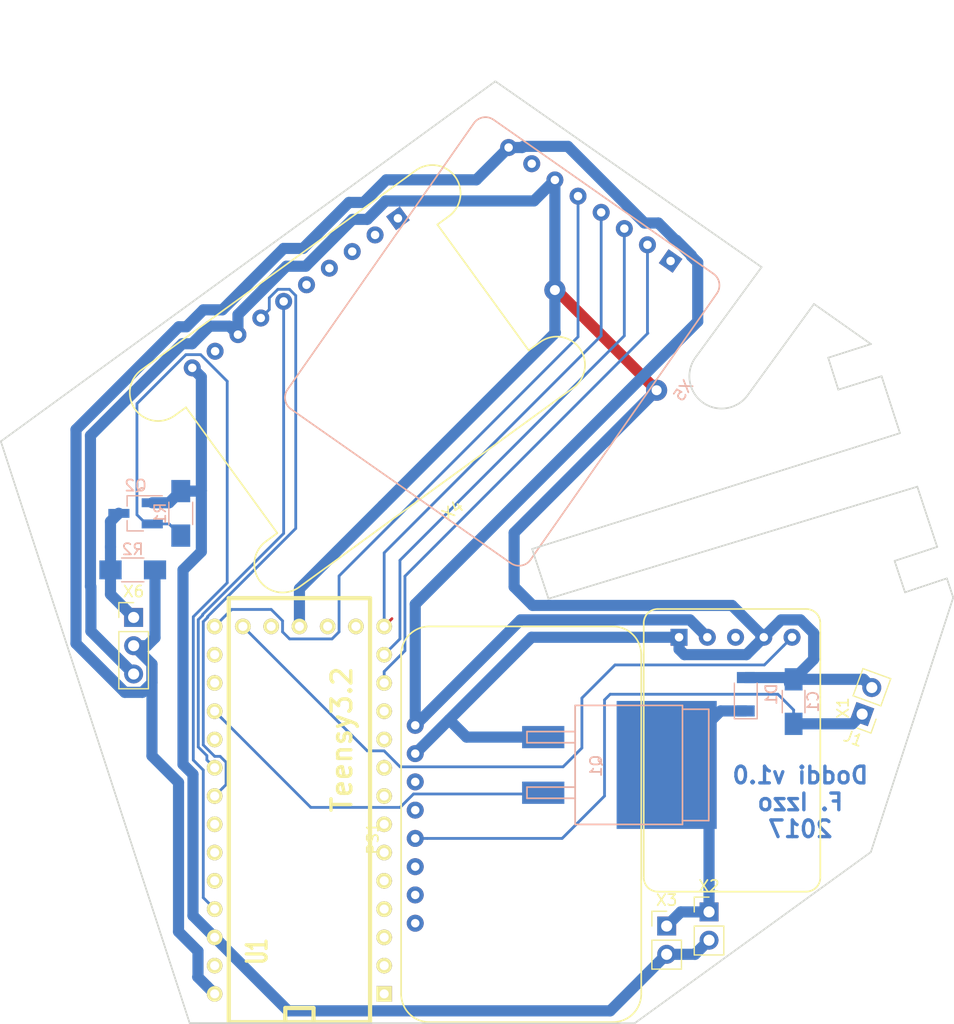
<source format=kicad_pcb>
(kicad_pcb (version 4) (host pcbnew 4.0.5)

  (general
    (links 37)
    (no_connects 0)
    (area 106.174999 43.394999 191.955001 128.195001)
    (thickness 1.6)
    (drawings 25)
    (tracks 219)
    (zones 0)
    (modules 15)
    (nets 51)
  )

  (page A4)
  (layers
    (0 F.Cu signal)
    (31 B.Cu signal)
    (32 B.Adhes user)
    (33 F.Adhes user)
    (34 B.Paste user)
    (35 F.Paste user)
    (36 B.SilkS user)
    (37 F.SilkS user)
    (38 B.Mask user)
    (39 F.Mask user)
    (40 Dwgs.User user)
    (41 Cmts.User user)
    (42 Eco1.User user)
    (43 Eco2.User user)
    (44 Edge.Cuts user)
    (45 Margin user)
    (46 B.CrtYd user)
    (47 F.CrtYd user)
    (48 B.Fab user)
    (49 F.Fab user)
  )

  (setup
    (last_trace_width 0.25)
    (trace_clearance 0.2)
    (zone_clearance 0.508)
    (zone_45_only no)
    (trace_min 0.2)
    (segment_width 0.2)
    (edge_width 0.15)
    (via_size 1.5)
    (via_drill 0.9)
    (via_min_size 0.4)
    (via_min_drill 0.3)
    (uvia_size 0.3)
    (uvia_drill 0.1)
    (uvias_allowed no)
    (uvia_min_size 0.2)
    (uvia_min_drill 0.1)
    (pcb_text_width 0.3)
    (pcb_text_size 1.5 1.5)
    (mod_edge_width 0.15)
    (mod_text_size 1 1)
    (mod_text_width 0.15)
    (pad_size 1.524 1.524)
    (pad_drill 0.762)
    (pad_to_mask_clearance 0.2)
    (aux_axis_origin 0 0)
    (visible_elements FFFFFF7F)
    (pcbplotparams
      (layerselection 0x01000_80000000)
      (usegerberextensions false)
      (excludeedgelayer true)
      (linewidth 0.100000)
      (plotframeref false)
      (viasonmask false)
      (mode 1)
      (useauxorigin false)
      (hpglpennumber 1)
      (hpglpenspeed 20)
      (hpglpendiameter 15)
      (hpglpenoverlay 2)
      (psnegative false)
      (psa4output false)
      (plotreference true)
      (plotvalue true)
      (plotinvisibletext false)
      (padsonsilk false)
      (subtractmaskfromsilk false)
      (outputformat 1)
      (mirror false)
      (drillshape 0)
      (scaleselection 1)
      (outputdirectory ""))
  )

  (net 0 "")
  (net 1 GND)
  (net 2 "Net-(D1-Pad1)")
  (net 3 +5V)
  (net 4 "Net-(Q2-Pad2)")
  (net 5 +3V3)
  (net 6 "Net-(U1-Pad2)")
  (net 7 "Net-(U1-Pad3)")
  (net 8 "Net-(U1-Pad4)")
  (net 9 "Net-(U1-Pad5)")
  (net 10 "Net-(U1-Pad6)")
  (net 11 "Net-(U1-Pad7)")
  (net 12 "Net-(U1-Pad8)")
  (net 13 "Net-(U1-Pad9)")
  (net 14 "Net-(U1-Pad10)")
  (net 15 "Net-(U1-Pad11)")
  (net 16 "Net-(U1-Pad12)")
  (net 17 "Net-(U1-Pad13)")
  (net 18 "Net-(U1-Pad14)")
  (net 19 "Net-(U1-Pad15)")
  (net 20 "Net-(U1-Pad16)")
  (net 21 "Net-(U1-Pad18)")
  (net 22 "Net-(U1-Pad19)")
  (net 23 "Net-(U1-Pad20)")
  (net 24 "Net-(U1-Pad21)")
  (net 25 "Net-(U1-Pad22)")
  (net 26 "Net-(U1-Pad24)")
  (net 27 "Net-(U1-Pad25)")
  (net 28 "Net-(U1-Pad26)")
  (net 29 "Net-(U1-Pad27)")
  (net 30 "Net-(U1-Pad28)")
  (net 31 "Net-(U1-Pad29)")
  (net 32 "Net-(X5-Pad1)")
  (net 33 "Net-(X5-Pad7)")
  (net 34 "Net-(C1-Pad1)")
  (net 35 "Net-(PS1-Pad1)")
  (net 36 "Net-(PS1-Pad2)")
  (net 37 "Net-(PS1-Pad3)")
  (net 38 "Net-(PS1-Pad5)")
  (net 39 LB)
  (net 40 "Net-(X1-Pad3)")
  (net 41 "Net-(X4-Pad2)")
  (net 42 "Net-(X4-Pad6)")
  (net 43 "Net-(X4-Pad7)")
  (net 44 "Net-(X4-Pad8)")
  (net 45 "Net-(X4-Pad9)")
  (net 46 "Net-(X4-Pad10)")
  (net 47 "Net-(U1-Pad32)")
  (net 48 "Net-(Q1-Pad1)")
  (net 49 "Net-(Q2-Pad3)")
  (net 50 "Net-(U1-Pad1)")

  (net_class Default "This is the default net class."
    (clearance 0.2)
    (trace_width 0.25)
    (via_dia 1.5)
    (via_drill 0.9)
    (uvia_dia 0.3)
    (uvia_drill 0.1)
    (add_net LB)
    (add_net "Net-(C1-Pad1)")
    (add_net "Net-(PS1-Pad1)")
    (add_net "Net-(PS1-Pad2)")
    (add_net "Net-(PS1-Pad3)")
    (add_net "Net-(PS1-Pad5)")
    (add_net "Net-(Q1-Pad1)")
    (add_net "Net-(Q2-Pad2)")
    (add_net "Net-(U1-Pad1)")
    (add_net "Net-(U1-Pad10)")
    (add_net "Net-(U1-Pad11)")
    (add_net "Net-(U1-Pad12)")
    (add_net "Net-(U1-Pad13)")
    (add_net "Net-(U1-Pad14)")
    (add_net "Net-(U1-Pad15)")
    (add_net "Net-(U1-Pad16)")
    (add_net "Net-(U1-Pad18)")
    (add_net "Net-(U1-Pad19)")
    (add_net "Net-(U1-Pad2)")
    (add_net "Net-(U1-Pad20)")
    (add_net "Net-(U1-Pad21)")
    (add_net "Net-(U1-Pad22)")
    (add_net "Net-(U1-Pad24)")
    (add_net "Net-(U1-Pad25)")
    (add_net "Net-(U1-Pad26)")
    (add_net "Net-(U1-Pad27)")
    (add_net "Net-(U1-Pad28)")
    (add_net "Net-(U1-Pad29)")
    (add_net "Net-(U1-Pad3)")
    (add_net "Net-(U1-Pad32)")
    (add_net "Net-(U1-Pad4)")
    (add_net "Net-(U1-Pad5)")
    (add_net "Net-(U1-Pad6)")
    (add_net "Net-(U1-Pad7)")
    (add_net "Net-(U1-Pad8)")
    (add_net "Net-(U1-Pad9)")
    (add_net "Net-(X1-Pad3)")
    (add_net "Net-(X4-Pad10)")
    (add_net "Net-(X4-Pad2)")
    (add_net "Net-(X4-Pad6)")
    (add_net "Net-(X4-Pad7)")
    (add_net "Net-(X4-Pad8)")
    (add_net "Net-(X4-Pad9)")
    (add_net "Net-(X5-Pad1)")
    (add_net "Net-(X5-Pad7)")
  )

  (net_class Power ""
    (clearance 0.3)
    (trace_width 1)
    (via_dia 1.9)
    (via_drill 0.9)
    (uvia_dia 0.3)
    (uvia_drill 0.1)
    (add_net +3V3)
    (add_net +5V)
    (add_net GND)
    (add_net "Net-(D1-Pad1)")
    (add_net "Net-(Q2-Pad3)")
  )

  (module adafruit:adafruit_PAM8302A (layer F.Cu) (tedit 58D961D1) (tstamp 58D146B5)
    (at 174.85 99.78 270)
    (path /58CE8183)
    (fp_text reference X1 (at 0 -7.12 270) (layer F.SilkS)
      (effects (font (size 1 1) (thickness 0.15)))
    )
    (fp_text value AdafruitPAM8302A (at 0 -8.12 270) (layer F.Fab)
      (effects (font (size 1 1) (thickness 0.15)))
    )
    (fp_arc (start -7.62 -3.81) (end -8.89 -3.81) (angle 90) (layer F.SilkS) (width 0.15))
    (fp_arc (start -7.62 9.525) (end -7.62 10.795) (angle 90) (layer F.SilkS) (width 0.15))
    (fp_arc (start 15.24 9.525) (end 16.51 9.525) (angle 90) (layer F.SilkS) (width 0.15))
    (fp_arc (start 15.24 -3.81) (end 15.24 -5.08) (angle 90) (layer F.SilkS) (width 0.15))
    (fp_line (start 15.24 10.795) (end -7.62 10.795) (layer F.SilkS) (width 0.15))
    (fp_line (start 16.51 -3.81) (end 16.51 9.525) (layer F.SilkS) (width 0.15))
    (fp_line (start -7.62 -5.08) (end 15.24 -5.08) (layer F.SilkS) (width 0.15))
    (fp_line (start -8.89 -3.81) (end -8.89 9.525) (layer F.SilkS) (width 0.15))
    (pad 1 thru_hole circle (at -6.35 -2.54 270) (size 1.524 1.524) (drill 0.762) (layers *.Cu *.Mask)
      (net 22 "Net-(U1-Pad19)"))
    (pad 2 thru_hole circle (at -6.35 0 270) (size 1.524 1.524) (drill 0.762) (layers *.Cu *.Mask)
      (net 1 GND))
    (pad 3 thru_hole circle (at -6.35 2.54 270) (size 1.524 1.524) (drill 0.762) (layers *.Cu *.Mask)
      (net 40 "Net-(X1-Pad3)"))
    (pad 4 thru_hole circle (at -6.35 5.08 270) (size 1.524 1.524) (drill 0.762) (layers *.Cu *.Mask)
      (net 3 +5V))
    (pad 5 thru_hole rect (at -6.35 7.62 270) (size 1.524 1.524) (drill 0.762) (layers *.Cu *.Mask)
      (net 1 GND))
  )

  (module adafruit:adafruit_5v_microsd_breakout (layer B.Cu) (tedit 58D9619B) (tstamp 58D1049C)
    (at 154.088644 61.803167 55)
    (path /58CE6620)
    (fp_text reference X5 (at 0 16.51 55) (layer B.SilkS)
      (effects (font (size 1 1) (thickness 0.15)) (justify mirror))
    )
    (fp_text value Adafruit5VmicroSD (at 0 19.05 55) (layer B.Fab)
      (effects (font (size 1 1) (thickness 0.15)) (justify mirror))
    )
    (fp_arc (start 8.89 -11.43) (end 10.16 -11.43) (angle -90) (layer B.SilkS) (width 0.15))
    (fp_arc (start -20.32 -11.43) (end -20.32 -12.7) (angle -90) (layer B.SilkS) (width 0.15))
    (fp_arc (start -20.32 12.7) (end -21.59 12.7) (angle -90) (layer B.SilkS) (width 0.15))
    (fp_arc (start 8.89 12.7) (end 8.89 13.97) (angle -90) (layer B.SilkS) (width 0.15))
    (fp_line (start 10.16 12.7) (end 10.16 11.43) (layer B.SilkS) (width 0.15))
    (fp_line (start -20.32 13.97) (end 8.89 13.97) (layer B.SilkS) (width 0.15))
    (fp_line (start -21.59 -11.43) (end -21.59 12.7) (layer B.SilkS) (width 0.15))
    (fp_line (start 8.89 -12.7) (end -20.32 -12.7) (layer B.SilkS) (width 0.15))
    (fp_line (start 10.16 11.43) (end 10.16 -11.43) (layer B.SilkS) (width 0.15))
    (pad 1 thru_hole rect (at 8.89 8.89 55) (size 1.524 1.524) (drill 0.762) (layers *.Cu *.Mask)
      (net 32 "Net-(X5-Pad1)"))
    (pad 2 thru_hole circle (at 8.89 6.35 55) (size 1.524 1.524) (drill 0.762) (layers *.Cu *.Mask)
      (net 16 "Net-(U1-Pad12)"))
    (pad 3 thru_hole circle (at 8.89 3.81 55) (size 1.524 1.524) (drill 0.762) (layers *.Cu *.Mask)
      (net 17 "Net-(U1-Pad13)"))
    (pad 4 thru_hole circle (at 8.89 1.27 55) (size 1.524 1.524) (drill 0.762) (layers *.Cu *.Mask)
      (net 18 "Net-(U1-Pad14)"))
    (pad 5 thru_hole circle (at 8.89 -1.27 55) (size 1.524 1.524) (drill 0.762) (layers *.Cu *.Mask)
      (net 23 "Net-(U1-Pad20)"))
    (pad 6 thru_hole circle (at 8.89 -3.81 55) (size 1.524 1.524) (drill 0.762) (layers *.Cu *.Mask)
      (net 1 GND))
    (pad 7 thru_hole circle (at 8.89 -6.35 55) (size 1.524 1.524) (drill 0.762) (layers *.Cu *.Mask)
      (net 33 "Net-(X5-Pad7)"))
    (pad 8 thru_hole circle (at 8.89 -8.89 55) (size 1.524 1.524) (drill 0.762) (layers *.Cu *.Mask)
      (net 3 +5V))
  )

  (module adafruit:adafruit_lsm303dlhc_accel (layer F.Cu) (tedit 58D9615A) (tstamp 58D146D1)
    (at 138.67935 70.723125 216)
    (path /58CE7602)
    (fp_text reference X4 (at 0 -13.97 216) (layer F.SilkS)
      (effects (font (size 1 1) (thickness 0.15)))
    )
    (fp_text value AdafruitLSM303DLHC (at 0 -15.24 216) (layer F.Fab)
      (effects (font (size 1 1) (thickness 0.15)))
    )
    (fp_line (start -13.97 -6.35) (end -13.97 7.62) (layer F.SilkS) (width 0.15))
    (fp_line (start -15.24 -6.35) (end -13.97 -6.35) (layer F.SilkS) (width 0.15))
    (fp_arc (start -15.24 -8.89) (end -15.24 -6.35) (angle 180) (layer F.SilkS) (width 0.15))
    (fp_line (start 15.24 -11.43) (end -15.24 -11.43) (layer F.SilkS) (width 0.15))
    (fp_line (start 13.97 -6.35) (end 15.24 -6.35) (layer F.SilkS) (width 0.15))
    (fp_arc (start 15.24 -8.89) (end 15.24 -11.43) (angle 180) (layer F.SilkS) (width 0.15))
    (fp_line (start 13.97 7.62) (end 13.97 -6.35) (layer F.SilkS) (width 0.15))
    (fp_line (start -15.24 7.62) (end -13.97 7.62) (layer F.SilkS) (width 0.15))
    (fp_line (start -15.24 12.7) (end -12.7 12.7) (layer F.SilkS) (width 0.15))
    (fp_arc (start -15.24 10.16) (end -15.24 12.7) (angle 180) (layer F.SilkS) (width 0.15))
    (fp_line (start 15.24 7.62) (end 13.97 7.62) (layer F.SilkS) (width 0.15))
    (fp_line (start 15.24 12.7) (end 12.7 12.7) (layer F.SilkS) (width 0.15))
    (fp_arc (start 15.24 10.16) (end 15.24 7.62) (angle 180) (layer F.SilkS) (width 0.15))
    (fp_line (start -12.7 12.7) (end 12.7 12.7) (layer F.SilkS) (width 0.15))
    (pad 1 thru_hole circle (at 11.43 10.16 216) (size 1.524 1.524) (drill 0.762) (layers *.Cu *.Mask)
      (net 5 +3V3))
    (pad 2 thru_hole circle (at 8.89 10.16 216) (size 1.524 1.524) (drill 0.762) (layers *.Cu *.Mask)
      (net 41 "Net-(X4-Pad2)"))
    (pad 3 thru_hole circle (at 6.35 10.16 216) (size 1.524 1.524) (drill 0.762) (layers *.Cu *.Mask)
      (net 1 GND))
    (pad 4 thru_hole circle (at 3.81 10.16 216) (size 1.524 1.524) (drill 0.762) (layers *.Cu *.Mask)
      (net 28 "Net-(U1-Pad26)"))
    (pad 5 thru_hole circle (at 1.27 10.16 216) (size 1.524 1.524) (drill 0.762) (layers *.Cu *.Mask)
      (net 27 "Net-(U1-Pad25)"))
    (pad 6 thru_hole circle (at -1.27 10.16 216) (size 1.524 1.524) (drill 0.762) (layers *.Cu *.Mask)
      (net 42 "Net-(X4-Pad6)"))
    (pad 7 thru_hole circle (at -3.81 10.16 216) (size 1.524 1.524) (drill 0.762) (layers *.Cu *.Mask)
      (net 43 "Net-(X4-Pad7)"))
    (pad 8 thru_hole circle (at -6.35 10.16 216) (size 1.524 1.524) (drill 0.762) (layers *.Cu *.Mask)
      (net 44 "Net-(X4-Pad8)"))
    (pad 9 thru_hole circle (at -8.89 10.16 216) (size 1.524 1.524) (drill 0.762) (layers *.Cu *.Mask)
      (net 45 "Net-(X4-Pad9)"))
    (pad 10 thru_hole rect (at -11.43 10.16 216) (size 1.524 1.524) (drill 0.762) (layers *.Cu *.Mask)
      (net 46 "Net-(X4-Pad10)"))
  )

  (module adafruit:adafruit_powerboost_500 (layer F.Cu) (tedit 58D13338) (tstamp 58D1469A)
    (at 152.4 111.506 90)
    (path /58D144FE)
    (fp_text reference PS1 (at 0 -12.7 90) (layer F.SilkS)
      (effects (font (size 1 1) (thickness 0.15)))
    )
    (fp_text value AdafruitPowerboost500 (at 0 -15.24 90) (layer F.Fab)
      (effects (font (size 1 1) (thickness 0.15)))
    )
    (fp_arc (start -13.97 8.89) (end -13.97 11.43) (angle 90) (layer F.SilkS) (width 0.15))
    (fp_arc (start 16.51 8.89) (end 19.05 8.89) (angle 90) (layer F.SilkS) (width 0.15))
    (fp_arc (start 16.51 -7.62) (end 16.51 -10.16) (angle 90) (layer F.SilkS) (width 0.15))
    (fp_arc (start -13.97 -7.62) (end -16.51 -7.62) (angle 90) (layer F.SilkS) (width 0.15))
    (fp_line (start -16.51 8.89) (end -16.51 -7.62) (layer F.SilkS) (width 0.15))
    (fp_line (start 16.51 11.43) (end -13.97 11.43) (layer F.SilkS) (width 0.15))
    (fp_line (start 19.05 -7.62) (end 19.05 8.89) (layer F.SilkS) (width 0.15))
    (fp_line (start -13.97 -10.16) (end 16.51 -10.16) (layer F.SilkS) (width 0.15))
    (pad 1 thru_hole circle (at -7.62 -8.89 90) (size 1.524 1.524) (drill 0.762) (layers *.Cu *.Mask)
      (net 35 "Net-(PS1-Pad1)"))
    (pad 2 thru_hole circle (at -5.08 -8.89 90) (size 1.524 1.524) (drill 0.762) (layers *.Cu *.Mask)
      (net 36 "Net-(PS1-Pad2)"))
    (pad 3 thru_hole circle (at -2.54 -8.89 90) (size 1.524 1.524) (drill 0.762) (layers *.Cu *.Mask)
      (net 37 "Net-(PS1-Pad3)"))
    (pad 4 thru_hole circle (at 0 -8.89 90) (size 1.524 1.524) (drill 0.762) (layers *.Cu *.Mask)
      (net 34 "Net-(C1-Pad1)"))
    (pad 5 thru_hole circle (at 2.54 -8.89 90) (size 1.524 1.524) (drill 0.762) (layers *.Cu *.Mask)
      (net 38 "Net-(PS1-Pad5)"))
    (pad 6 thru_hole circle (at 5.08 -8.89 90) (size 1.524 1.524) (drill 0.762) (layers *.Cu *.Mask)
      (net 39 LB))
    (pad 7 thru_hole circle (at 7.62 -8.89 90) (size 1.524 1.524) (drill 0.762) (layers *.Cu *.Mask)
      (net 1 GND))
    (pad 8 thru_hole circle (at 10.16 -8.89 90) (size 1.524 1.524) (drill 0.762) (layers *.Cu *.Mask)
      (net 3 +5V))
  )

  (module Pin_Headers:Pin_Header_Straight_1x02_Pitch2.54mm (layer F.Cu) (tedit 58CD4EC1) (tstamp 58D0F626)
    (at 183.691269 100.336819 160)
    (descr "Through hole straight pin header, 1x02, 2.54mm pitch, single row")
    (tags "Through hole pin header THT 1x02 2.54mm single row")
    (path /58D147B0)
    (fp_text reference J1 (at 0 -2.33 160) (layer F.SilkS)
      (effects (font (size 1 1) (thickness 0.15)))
    )
    (fp_text value CONN_01X02 (at 0 4.87 160) (layer F.Fab)
      (effects (font (size 1 1) (thickness 0.15)))
    )
    (fp_line (start -1.27 -1.27) (end -1.27 3.81) (layer F.Fab) (width 0.1))
    (fp_line (start -1.27 3.81) (end 1.27 3.81) (layer F.Fab) (width 0.1))
    (fp_line (start 1.27 3.81) (end 1.27 -1.27) (layer F.Fab) (width 0.1))
    (fp_line (start 1.27 -1.27) (end -1.27 -1.27) (layer F.Fab) (width 0.1))
    (fp_line (start -1.33 1.27) (end -1.33 3.87) (layer F.SilkS) (width 0.12))
    (fp_line (start -1.33 3.87) (end 1.33 3.87) (layer F.SilkS) (width 0.12))
    (fp_line (start 1.33 3.87) (end 1.33 1.27) (layer F.SilkS) (width 0.12))
    (fp_line (start 1.33 1.27) (end -1.33 1.27) (layer F.SilkS) (width 0.12))
    (fp_line (start -1.33 0) (end -1.33 -1.33) (layer F.SilkS) (width 0.12))
    (fp_line (start -1.33 -1.33) (end 0 -1.33) (layer F.SilkS) (width 0.12))
    (fp_line (start -1.8 -1.8) (end -1.8 4.35) (layer F.CrtYd) (width 0.05))
    (fp_line (start -1.8 4.35) (end 1.8 4.35) (layer F.CrtYd) (width 0.05))
    (fp_line (start 1.8 4.35) (end 1.8 -1.8) (layer F.CrtYd) (width 0.05))
    (fp_line (start 1.8 -1.8) (end -1.8 -1.8) (layer F.CrtYd) (width 0.05))
    (fp_text user %R (at 0 -2.33 160) (layer F.Fab)
      (effects (font (size 1 1) (thickness 0.15)))
    )
    (pad 1 thru_hole rect (at 0 0 160) (size 1.7 1.7) (drill 1) (layers *.Cu *.Mask)
      (net 34 "Net-(C1-Pad1)"))
    (pad 2 thru_hole oval (at 0 2.54 160) (size 1.7 1.7) (drill 1) (layers *.Cu *.Mask)
      (net 1 GND))
    (model ${KISYS3DMOD}/Pin_Headers.3dshapes/Pin_Header_Straight_1x02_Pitch2.54mm.wrl
      (at (xyz 0 -0.05 0))
      (scale (xyz 1 1 1))
      (rotate (xyz 0 0 90))
    )
  )

  (module Pin_Headers:Pin_Header_Straight_1x02_Pitch2.54mm (layer F.Cu) (tedit 58CD4EC1) (tstamp 58D0F667)
    (at 169.926 118.11)
    (descr "Through hole straight pin header, 1x02, 2.54mm pitch, single row")
    (tags "Through hole pin header THT 1x02 2.54mm single row")
    (path /58CFC6F6)
    (fp_text reference X2 (at 0 -2.33) (layer F.SilkS)
      (effects (font (size 1 1) (thickness 0.15)))
    )
    (fp_text value vibr_motor (at 0 4.87) (layer F.Fab)
      (effects (font (size 1 1) (thickness 0.15)))
    )
    (fp_line (start -1.27 -1.27) (end -1.27 3.81) (layer F.Fab) (width 0.1))
    (fp_line (start -1.27 3.81) (end 1.27 3.81) (layer F.Fab) (width 0.1))
    (fp_line (start 1.27 3.81) (end 1.27 -1.27) (layer F.Fab) (width 0.1))
    (fp_line (start 1.27 -1.27) (end -1.27 -1.27) (layer F.Fab) (width 0.1))
    (fp_line (start -1.33 1.27) (end -1.33 3.87) (layer F.SilkS) (width 0.12))
    (fp_line (start -1.33 3.87) (end 1.33 3.87) (layer F.SilkS) (width 0.12))
    (fp_line (start 1.33 3.87) (end 1.33 1.27) (layer F.SilkS) (width 0.12))
    (fp_line (start 1.33 1.27) (end -1.33 1.27) (layer F.SilkS) (width 0.12))
    (fp_line (start -1.33 0) (end -1.33 -1.33) (layer F.SilkS) (width 0.12))
    (fp_line (start -1.33 -1.33) (end 0 -1.33) (layer F.SilkS) (width 0.12))
    (fp_line (start -1.8 -1.8) (end -1.8 4.35) (layer F.CrtYd) (width 0.05))
    (fp_line (start -1.8 4.35) (end 1.8 4.35) (layer F.CrtYd) (width 0.05))
    (fp_line (start 1.8 4.35) (end 1.8 -1.8) (layer F.CrtYd) (width 0.05))
    (fp_line (start 1.8 -1.8) (end -1.8 -1.8) (layer F.CrtYd) (width 0.05))
    (fp_text user %R (at 0 -2.33) (layer F.Fab)
      (effects (font (size 1 1) (thickness 0.15)))
    )
    (pad 1 thru_hole rect (at 0 0) (size 1.7 1.7) (drill 1) (layers *.Cu *.Mask)
      (net 2 "Net-(D1-Pad1)"))
    (pad 2 thru_hole oval (at 0 2.54) (size 1.7 1.7) (drill 1) (layers *.Cu *.Mask)
      (net 5 +3V3))
    (model ${KISYS3DMOD}/Pin_Headers.3dshapes/Pin_Header_Straight_1x02_Pitch2.54mm.wrl
      (at (xyz 0 -0.05 0))
      (scale (xyz 1 1 1))
      (rotate (xyz 0 0 90))
    )
  )

  (module Pin_Headers:Pin_Header_Straight_1x02_Pitch2.54mm (layer F.Cu) (tedit 58CD4EC1) (tstamp 58D0F66D)
    (at 166.116 119.38)
    (descr "Through hole straight pin header, 1x02, 2.54mm pitch, single row")
    (tags "Through hole pin header THT 1x02 2.54mm single row")
    (path /58CE86CC)
    (fp_text reference X3 (at 0 -2.33) (layer F.SilkS)
      (effects (font (size 1 1) (thickness 0.15)))
    )
    (fp_text value vibr_motor (at 0 4.87) (layer F.Fab)
      (effects (font (size 1 1) (thickness 0.15)))
    )
    (fp_line (start -1.27 -1.27) (end -1.27 3.81) (layer F.Fab) (width 0.1))
    (fp_line (start -1.27 3.81) (end 1.27 3.81) (layer F.Fab) (width 0.1))
    (fp_line (start 1.27 3.81) (end 1.27 -1.27) (layer F.Fab) (width 0.1))
    (fp_line (start 1.27 -1.27) (end -1.27 -1.27) (layer F.Fab) (width 0.1))
    (fp_line (start -1.33 1.27) (end -1.33 3.87) (layer F.SilkS) (width 0.12))
    (fp_line (start -1.33 3.87) (end 1.33 3.87) (layer F.SilkS) (width 0.12))
    (fp_line (start 1.33 3.87) (end 1.33 1.27) (layer F.SilkS) (width 0.12))
    (fp_line (start 1.33 1.27) (end -1.33 1.27) (layer F.SilkS) (width 0.12))
    (fp_line (start -1.33 0) (end -1.33 -1.33) (layer F.SilkS) (width 0.12))
    (fp_line (start -1.33 -1.33) (end 0 -1.33) (layer F.SilkS) (width 0.12))
    (fp_line (start -1.8 -1.8) (end -1.8 4.35) (layer F.CrtYd) (width 0.05))
    (fp_line (start -1.8 4.35) (end 1.8 4.35) (layer F.CrtYd) (width 0.05))
    (fp_line (start 1.8 4.35) (end 1.8 -1.8) (layer F.CrtYd) (width 0.05))
    (fp_line (start 1.8 -1.8) (end -1.8 -1.8) (layer F.CrtYd) (width 0.05))
    (fp_text user %R (at 0 -2.33) (layer F.Fab)
      (effects (font (size 1 1) (thickness 0.15)))
    )
    (pad 1 thru_hole rect (at 0 0) (size 1.7 1.7) (drill 1) (layers *.Cu *.Mask)
      (net 2 "Net-(D1-Pad1)"))
    (pad 2 thru_hole oval (at 0 2.54) (size 1.7 1.7) (drill 1) (layers *.Cu *.Mask)
      (net 5 +3V3))
    (model ${KISYS3DMOD}/Pin_Headers.3dshapes/Pin_Header_Straight_1x02_Pitch2.54mm.wrl
      (at (xyz 0 -0.05 0))
      (scale (xyz 1 1 1))
      (rotate (xyz 0 0 90))
    )
  )

  (module Pin_Headers:Pin_Header_Straight_1x03_Pitch2.54mm (layer F.Cu) (tedit 58CD4EC1) (tstamp 58D0F674)
    (at 118.19 91.65)
    (descr "Through hole straight pin header, 1x03, 2.54mm pitch, single row")
    (tags "Through hole pin header THT 1x03 2.54mm single row")
    (path /58CE7C62)
    (fp_text reference X6 (at 0 -2.33) (layer F.SilkS)
      (effects (font (size 1 1) (thickness 0.15)))
    )
    (fp_text value NeopixelConn (at 0 7.41) (layer F.Fab)
      (effects (font (size 1 1) (thickness 0.15)))
    )
    (fp_line (start -1.27 -1.27) (end -1.27 6.35) (layer F.Fab) (width 0.1))
    (fp_line (start -1.27 6.35) (end 1.27 6.35) (layer F.Fab) (width 0.1))
    (fp_line (start 1.27 6.35) (end 1.27 -1.27) (layer F.Fab) (width 0.1))
    (fp_line (start 1.27 -1.27) (end -1.27 -1.27) (layer F.Fab) (width 0.1))
    (fp_line (start -1.33 1.27) (end -1.33 6.41) (layer F.SilkS) (width 0.12))
    (fp_line (start -1.33 6.41) (end 1.33 6.41) (layer F.SilkS) (width 0.12))
    (fp_line (start 1.33 6.41) (end 1.33 1.27) (layer F.SilkS) (width 0.12))
    (fp_line (start 1.33 1.27) (end -1.33 1.27) (layer F.SilkS) (width 0.12))
    (fp_line (start -1.33 0) (end -1.33 -1.33) (layer F.SilkS) (width 0.12))
    (fp_line (start -1.33 -1.33) (end 0 -1.33) (layer F.SilkS) (width 0.12))
    (fp_line (start -1.8 -1.8) (end -1.8 6.85) (layer F.CrtYd) (width 0.05))
    (fp_line (start -1.8 6.85) (end 1.8 6.85) (layer F.CrtYd) (width 0.05))
    (fp_line (start 1.8 6.85) (end 1.8 -1.8) (layer F.CrtYd) (width 0.05))
    (fp_line (start 1.8 -1.8) (end -1.8 -1.8) (layer F.CrtYd) (width 0.05))
    (fp_text user %R (at 0 -2.33) (layer F.Fab)
      (effects (font (size 1 1) (thickness 0.15)))
    )
    (pad 1 thru_hole rect (at 0 0) (size 1.7 1.7) (drill 1) (layers *.Cu *.Mask)
      (net 49 "Net-(Q2-Pad3)"))
    (pad 2 thru_hole oval (at 0 2.54) (size 1.7 1.7) (drill 1) (layers *.Cu *.Mask)
      (net 3 +5V))
    (pad 3 thru_hole oval (at 0 5.08) (size 1.7 1.7) (drill 1) (layers *.Cu *.Mask)
      (net 1 GND))
    (model ${KISYS3DMOD}/Pin_Headers.3dshapes/Pin_Header_Straight_1x03_Pitch2.54mm.wrl
      (at (xyz 0 -0.1 0))
      (scale (xyz 1 1 1))
      (rotate (xyz 0 0 90))
    )
  )

  (module Capacitors_SMD:C_1206_HandSoldering (layer B.Cu) (tedit 58AA84D1) (tstamp 58D14681)
    (at 177.53 99.21 90)
    (descr "Capacitor SMD 1206, hand soldering")
    (tags "capacitor 1206")
    (path /58D15FD7)
    (attr smd)
    (fp_text reference C1 (at 0 1.75 90) (layer B.SilkS)
      (effects (font (size 1 1) (thickness 0.15)) (justify mirror))
    )
    (fp_text value C (at 0 -2 90) (layer B.Fab)
      (effects (font (size 1 1) (thickness 0.15)) (justify mirror))
    )
    (fp_text user %R (at 0 1.75 90) (layer B.Fab)
      (effects (font (size 1 1) (thickness 0.15)) (justify mirror))
    )
    (fp_line (start -1.6 -0.8) (end -1.6 0.8) (layer B.Fab) (width 0.1))
    (fp_line (start 1.6 -0.8) (end -1.6 -0.8) (layer B.Fab) (width 0.1))
    (fp_line (start 1.6 0.8) (end 1.6 -0.8) (layer B.Fab) (width 0.1))
    (fp_line (start -1.6 0.8) (end 1.6 0.8) (layer B.Fab) (width 0.1))
    (fp_line (start 1 1.02) (end -1 1.02) (layer B.SilkS) (width 0.12))
    (fp_line (start -1 -1.02) (end 1 -1.02) (layer B.SilkS) (width 0.12))
    (fp_line (start -3.25 1.05) (end 3.25 1.05) (layer B.CrtYd) (width 0.05))
    (fp_line (start -3.25 1.05) (end -3.25 -1.05) (layer B.CrtYd) (width 0.05))
    (fp_line (start 3.25 -1.05) (end 3.25 1.05) (layer B.CrtYd) (width 0.05))
    (fp_line (start 3.25 -1.05) (end -3.25 -1.05) (layer B.CrtYd) (width 0.05))
    (pad 1 smd rect (at -2 0 90) (size 2 1.6) (layers B.Cu B.Paste B.Mask)
      (net 34 "Net-(C1-Pad1)"))
    (pad 2 smd rect (at 2 0 90) (size 2 1.6) (layers B.Cu B.Paste B.Mask)
      (net 1 GND))
    (model Capacitors_SMD.3dshapes/C_1206.wrl
      (at (xyz 0 0 0))
      (scale (xyz 1 1 1))
      (rotate (xyz 0 0 0))
    )
  )

  (module Diodes_SMD:D_1206 (layer B.Cu) (tedit 587F7EF9) (tstamp 58D14682)
    (at 173.228 98.552 90)
    (descr "Diode SMD 1206, reflow soldering")
    (tags "Diode 1206")
    (path /58CFC70F)
    (attr smd)
    (fp_text reference D1 (at 0 2.3 90) (layer B.SilkS)
      (effects (font (size 1 1) (thickness 0.15)) (justify mirror))
    )
    (fp_text value D (at 0 -2.3 90) (layer B.Fab)
      (effects (font (size 1 1) (thickness 0.15)) (justify mirror))
    )
    (fp_line (start -0.254 0.254) (end -0.254 -0.254) (layer B.Fab) (width 0.1))
    (fp_line (start 0.127 0) (end 0.381 0) (layer B.Fab) (width 0.1))
    (fp_line (start -0.254 0) (end -0.508 0) (layer B.Fab) (width 0.1))
    (fp_line (start 0.127 -0.254) (end -0.254 0) (layer B.Fab) (width 0.1))
    (fp_line (start 0.127 0.254) (end 0.127 -0.254) (layer B.Fab) (width 0.1))
    (fp_line (start -0.254 0) (end 0.127 0.254) (layer B.Fab) (width 0.1))
    (fp_line (start -2.2 1.016) (end -2.2 -1.016) (layer B.SilkS) (width 0.12))
    (fp_line (start -1.6 -0.8) (end -1.6 0.8) (layer B.Fab) (width 0.1))
    (fp_line (start 1.6 -0.8) (end -1.6 -0.8) (layer B.Fab) (width 0.1))
    (fp_line (start 1.6 0.8) (end 1.6 -0.8) (layer B.Fab) (width 0.1))
    (fp_line (start -1.6 0.8) (end 1.6 0.8) (layer B.Fab) (width 0.1))
    (fp_line (start -2.3 1.15) (end 2.3 1.15) (layer B.CrtYd) (width 0.05))
    (fp_line (start -2.3 -1.15) (end 2.3 -1.15) (layer B.CrtYd) (width 0.05))
    (fp_line (start -2.3 1.15) (end -2.3 -1.15) (layer B.CrtYd) (width 0.05))
    (fp_line (start 2.3 1.15) (end 2.3 -1.15) (layer B.CrtYd) (width 0.05))
    (fp_line (start 1 1.025) (end -2.2 1.025) (layer B.SilkS) (width 0.12))
    (fp_line (start -2.2 -1.025) (end 1 -1.025) (layer B.SilkS) (width 0.12))
    (pad 1 smd rect (at -1.5 0 90) (size 1 1.6) (layers B.Cu B.Paste B.Mask)
      (net 2 "Net-(D1-Pad1)"))
    (pad 2 smd rect (at 1.5 0 90) (size 1 1.6) (layers B.Cu B.Paste B.Mask)
      (net 1 GND))
  )

  (module Resistors_SMD:R_1206_HandSoldering (layer B.Cu) (tedit 58AADA36) (tstamp 58D1469B)
    (at 122.428 82.296 270)
    (descr "Resistor SMD 1206, hand soldering")
    (tags "resistor 1206")
    (path /58CFBA68)
    (attr smd)
    (fp_text reference R1 (at 0 1.85 270) (layer B.SilkS)
      (effects (font (size 1 1) (thickness 0.15)) (justify mirror))
    )
    (fp_text value 33k (at 0 -1.9 270) (layer B.Fab)
      (effects (font (size 1 1) (thickness 0.15)) (justify mirror))
    )
    (fp_text user %R (at 0 1.85 270) (layer B.Fab)
      (effects (font (size 1 1) (thickness 0.15)) (justify mirror))
    )
    (fp_line (start -1.6 -0.8) (end -1.6 0.8) (layer B.Fab) (width 0.1))
    (fp_line (start 1.6 -0.8) (end -1.6 -0.8) (layer B.Fab) (width 0.1))
    (fp_line (start 1.6 0.8) (end 1.6 -0.8) (layer B.Fab) (width 0.1))
    (fp_line (start -1.6 0.8) (end 1.6 0.8) (layer B.Fab) (width 0.1))
    (fp_line (start 1 -1.07) (end -1 -1.07) (layer B.SilkS) (width 0.12))
    (fp_line (start -1 1.07) (end 1 1.07) (layer B.SilkS) (width 0.12))
    (fp_line (start -3.25 1.11) (end 3.25 1.11) (layer B.CrtYd) (width 0.05))
    (fp_line (start -3.25 1.11) (end -3.25 -1.1) (layer B.CrtYd) (width 0.05))
    (fp_line (start 3.25 -1.1) (end 3.25 1.11) (layer B.CrtYd) (width 0.05))
    (fp_line (start 3.25 -1.1) (end -3.25 -1.1) (layer B.CrtYd) (width 0.05))
    (pad 1 smd rect (at -2 0 270) (size 2 1.7) (layers B.Cu B.Paste B.Mask)
      (net 5 +3V3))
    (pad 2 smd rect (at 2 0 270) (size 2 1.7) (layers B.Cu B.Paste B.Mask)
      (net 4 "Net-(Q2-Pad2)"))
    (model Resistors_SMD.3dshapes/R_1206.wrl
      (at (xyz 0 0 0))
      (scale (xyz 1 1 1))
      (rotate (xyz 0 0 0))
    )
  )

  (module Resistors_SMD:R_1206_HandSoldering (layer B.Cu) (tedit 58AADA36) (tstamp 58D146A0)
    (at 118.11 87.376 180)
    (descr "Resistor SMD 1206, hand soldering")
    (tags "resistor 1206")
    (path /58CFBAB1)
    (attr smd)
    (fp_text reference R2 (at 0 1.85 180) (layer B.SilkS)
      (effects (font (size 1 1) (thickness 0.15)) (justify mirror))
    )
    (fp_text value 33k (at 0 -1.9 180) (layer B.Fab)
      (effects (font (size 1 1) (thickness 0.15)) (justify mirror))
    )
    (fp_text user %R (at 0 1.85 180) (layer B.Fab)
      (effects (font (size 1 1) (thickness 0.15)) (justify mirror))
    )
    (fp_line (start -1.6 -0.8) (end -1.6 0.8) (layer B.Fab) (width 0.1))
    (fp_line (start 1.6 -0.8) (end -1.6 -0.8) (layer B.Fab) (width 0.1))
    (fp_line (start 1.6 0.8) (end 1.6 -0.8) (layer B.Fab) (width 0.1))
    (fp_line (start -1.6 0.8) (end 1.6 0.8) (layer B.Fab) (width 0.1))
    (fp_line (start 1 -1.07) (end -1 -1.07) (layer B.SilkS) (width 0.12))
    (fp_line (start -1 1.07) (end 1 1.07) (layer B.SilkS) (width 0.12))
    (fp_line (start -3.25 1.11) (end 3.25 1.11) (layer B.CrtYd) (width 0.05))
    (fp_line (start -3.25 1.11) (end -3.25 -1.1) (layer B.CrtYd) (width 0.05))
    (fp_line (start 3.25 -1.1) (end 3.25 1.11) (layer B.CrtYd) (width 0.05))
    (fp_line (start 3.25 -1.1) (end -3.25 -1.1) (layer B.CrtYd) (width 0.05))
    (pad 1 smd rect (at -2 0 180) (size 2 1.7) (layers B.Cu B.Paste B.Mask)
      (net 3 +5V))
    (pad 2 smd rect (at 2 0 180) (size 2 1.7) (layers B.Cu B.Paste B.Mask)
      (net 49 "Net-(Q2-Pad3)"))
    (model Resistors_SMD.3dshapes/R_1206.wrl
      (at (xyz 0 0 0))
      (scale (xyz 1 1 1))
      (rotate (xyz 0 0 0))
    )
  )

  (module teensy:TEENSY-3.2 (layer F.Cu) (tedit 58D6BEB1) (tstamp 58D6C4B4)
    (at 133.096 108.966 90)
    (descr "Teensy 3.x")
    (tags DIL)
    (path /58CE54FA)
    (fp_text reference U1 (at -12.7 -3.81 90) (layer F.SilkS)
      (effects (font (size 1.778 1.143) (thickness 0.3048)))
    )
    (fp_text value Teensy3.2 (at 6.35 3.81 90) (layer F.SilkS)
      (effects (font (size 1.778 1.778) (thickness 0.3048)))
    )
    (fp_line (start -19.05 -1.27) (end -19.05 -1.27) (layer F.SilkS) (width 0.381))
    (fp_line (start -19.05 -1.27) (end -17.78 -1.27) (layer F.SilkS) (width 0.381))
    (fp_line (start -17.78 -1.27) (end -17.78 1.27) (layer F.SilkS) (width 0.381))
    (fp_line (start -17.78 1.27) (end -19.05 1.27) (layer F.SilkS) (width 0.381))
    (fp_line (start -19.05 -6.35) (end 19.05 -6.35) (layer F.SilkS) (width 0.381))
    (fp_line (start 19.05 -6.35) (end 19.05 6.35) (layer F.SilkS) (width 0.381))
    (fp_line (start 19.05 6.35) (end -19.05 6.35) (layer F.SilkS) (width 0.381))
    (fp_line (start -19.05 6.35) (end -19.05 -6.35) (layer F.SilkS) (width 0.381))
    (pad 1 thru_hole rect (at -16.51 7.62 90) (size 1.397 1.397) (drill 0.8128) (layers *.Cu *.Mask F.SilkS)
      (net 50 "Net-(U1-Pad1)"))
    (pad 2 thru_hole circle (at -13.97 7.62 90) (size 1.397 1.397) (drill 0.8128) (layers *.Cu *.Mask F.SilkS)
      (net 6 "Net-(U1-Pad2)"))
    (pad 3 thru_hole circle (at -11.43 7.62 90) (size 1.397 1.397) (drill 0.8128) (layers *.Cu *.Mask F.SilkS)
      (net 7 "Net-(U1-Pad3)"))
    (pad 4 thru_hole circle (at -8.89 7.62 90) (size 1.397 1.397) (drill 0.8128) (layers *.Cu *.Mask F.SilkS)
      (net 8 "Net-(U1-Pad4)"))
    (pad 5 thru_hole circle (at -6.35 7.62 90) (size 1.397 1.397) (drill 0.8128) (layers *.Cu *.Mask F.SilkS)
      (net 9 "Net-(U1-Pad5)"))
    (pad 6 thru_hole circle (at -3.81 7.62 90) (size 1.397 1.397) (drill 0.8128) (layers *.Cu *.Mask F.SilkS)
      (net 10 "Net-(U1-Pad6)"))
    (pad 7 thru_hole circle (at -1.27 7.62 90) (size 1.397 1.397) (drill 0.8128) (layers *.Cu *.Mask F.SilkS)
      (net 11 "Net-(U1-Pad7)"))
    (pad 8 thru_hole circle (at 1.27 7.62 90) (size 1.397 1.397) (drill 0.8128) (layers *.Cu *.Mask F.SilkS)
      (net 12 "Net-(U1-Pad8)"))
    (pad 9 thru_hole circle (at 3.81 7.62 90) (size 1.397 1.397) (drill 0.8128) (layers *.Cu *.Mask F.SilkS)
      (net 13 "Net-(U1-Pad9)"))
    (pad 10 thru_hole circle (at 6.35 7.62 90) (size 1.397 1.397) (drill 0.8128) (layers *.Cu *.Mask F.SilkS)
      (net 14 "Net-(U1-Pad10)"))
    (pad 11 thru_hole circle (at 8.89 7.62 90) (size 1.397 1.397) (drill 0.8128) (layers *.Cu *.Mask F.SilkS)
      (net 15 "Net-(U1-Pad11)"))
    (pad 12 thru_hole circle (at 11.43 7.62 90) (size 1.397 1.397) (drill 0.8128) (layers *.Cu *.Mask F.SilkS)
      (net 16 "Net-(U1-Pad12)"))
    (pad 13 thru_hole circle (at 13.97 7.62 90) (size 1.397 1.397) (drill 0.8128) (layers *.Cu *.Mask F.SilkS)
      (net 17 "Net-(U1-Pad13)"))
    (pad 14 thru_hole circle (at 16.51 7.62 90) (size 1.397 1.397) (drill 0.8128) (layers *.Cu *.Mask F.SilkS)
      (net 18 "Net-(U1-Pad14)"))
    (pad 20 thru_hole circle (at 16.51 -7.62 90) (size 1.397 1.397) (drill 0.8128) (layers *.Cu *.Mask F.SilkS)
      (net 23 "Net-(U1-Pad20)"))
    (pad 21 thru_hole circle (at 13.97 -7.62 90) (size 1.397 1.397) (drill 0.8128) (layers *.Cu *.Mask F.SilkS)
      (net 24 "Net-(U1-Pad21)"))
    (pad 22 thru_hole circle (at 11.43 -7.62 90) (size 1.397 1.397) (drill 0.8128) (layers *.Cu *.Mask F.SilkS)
      (net 25 "Net-(U1-Pad22)"))
    (pad 23 thru_hole circle (at 8.89 -7.62 90) (size 1.397 1.397) (drill 0.8128) (layers *.Cu *.Mask F.SilkS)
      (net 48 "Net-(Q1-Pad1)"))
    (pad 24 thru_hole circle (at 6.35 -7.62 90) (size 1.397 1.397) (drill 0.8128) (layers *.Cu *.Mask F.SilkS)
      (net 26 "Net-(U1-Pad24)"))
    (pad 25 thru_hole circle (at 3.81 -7.62 90) (size 1.397 1.397) (drill 0.8128) (layers *.Cu *.Mask F.SilkS)
      (net 27 "Net-(U1-Pad25)"))
    (pad 26 thru_hole circle (at 1.27 -7.62 90) (size 1.397 1.397) (drill 0.8128) (layers *.Cu *.Mask F.SilkS)
      (net 28 "Net-(U1-Pad26)"))
    (pad 27 thru_hole circle (at -1.27 -7.62 90) (size 1.397 1.397) (drill 0.8128) (layers *.Cu *.Mask F.SilkS)
      (net 29 "Net-(U1-Pad27)"))
    (pad 28 thru_hole circle (at -3.81 -7.62 90) (size 1.397 1.397) (drill 0.8128) (layers *.Cu *.Mask F.SilkS)
      (net 30 "Net-(U1-Pad28)"))
    (pad 29 thru_hole circle (at -6.35 -7.62 90) (size 1.397 1.397) (drill 0.8128) (layers *.Cu *.Mask F.SilkS)
      (net 31 "Net-(U1-Pad29)"))
    (pad 30 thru_hole circle (at -8.89 -7.62 90) (size 1.397 1.397) (drill 0.8128) (layers *.Cu *.Mask F.SilkS)
      (net 4 "Net-(Q2-Pad2)"))
    (pad 31 thru_hole circle (at -11.43 -7.62 90) (size 1.397 1.397) (drill 0.8128) (layers *.Cu *.Mask F.SilkS)
      (net 5 +3V3))
    (pad 32 thru_hole circle (at -13.97 -7.62 90) (size 1.397 1.397) (drill 0.8128) (layers *.Cu *.Mask F.SilkS)
      (net 47 "Net-(U1-Pad32)"))
    (pad 33 thru_hole circle (at -16.51 -7.62 90) (size 1.397 1.397) (drill 0.8128) (layers *.Cu *.Mask F.SilkS)
      (net 3 +5V))
    (pad 19 thru_hole circle (at 16.51 -5.08 90) (size 1.397 1.397) (drill 0.8128) (layers *.Cu *.Mask F.SilkS)
      (net 22 "Net-(U1-Pad19)"))
    (pad 18 thru_hole circle (at 16.51 -2.54 90) (size 1.397 1.397) (drill 0.8128) (layers *.Cu *.Mask F.SilkS)
      (net 21 "Net-(U1-Pad18)"))
    (pad 17 thru_hole circle (at 16.51 0 90) (size 1.397 1.397) (drill 0.8128) (layers *.Cu *.Mask F.SilkS)
      (net 1 GND))
    (pad 16 thru_hole circle (at 16.51 2.54 90) (size 1.397 1.397) (drill 0.8128) (layers *.Cu *.Mask F.SilkS)
      (net 20 "Net-(U1-Pad16)"))
    (pad 15 thru_hole circle (at 16.51 5.08 90) (size 1.397 1.397) (drill 0.8128) (layers *.Cu *.Mask F.SilkS)
      (net 19 "Net-(U1-Pad15)"))
    (model dil/dil_28-w600.wrl
      (at (xyz 0 0 0))
      (scale (xyz 1 1 1))
      (rotate (xyz 0 0 0))
    )
  )

  (module TO_SOT_Packages_SMD:SOT-404 (layer B.Cu) (tedit 0) (tstamp 58D81152)
    (at 160.5661 104.902 90)
    (descr SOT404)
    (path /58D816BC)
    (attr smd)
    (fp_text reference Q1 (at -0.09906 -0.8001 90) (layer B.SilkS)
      (effects (font (size 1 1) (thickness 0.15)) (justify mirror))
    )
    (fp_text value Q_NMOS_GDS (at -0.20066 -1.09982 90) (layer B.Fab)
      (effects (font (size 1 1) (thickness 0.15)) (justify mirror))
    )
    (fp_line (start -5.0038 6.9723) (end -5.0038 9.3345) (layer B.SilkS) (width 0.15))
    (fp_line (start -5.0038 9.3345) (end 5.0038 9.3345) (layer B.SilkS) (width 0.15))
    (fp_line (start 5.0038 9.3345) (end 5.0038 6.9723) (layer B.SilkS) (width 0.15))
    (fp_line (start 2.9972 -7.0104) (end 2.9972 -2.6797) (layer B.SilkS) (width 0.15))
    (fp_line (start 1.9939 -7.0104) (end 2.9972 -7.0104) (layer B.SilkS) (width 0.15))
    (fp_line (start 1.9939 -2.6797) (end 1.9939 -7.0104) (layer B.SilkS) (width 0.15))
    (fp_line (start -2.9972 -2.6797) (end -2.9972 -7.0104) (layer B.SilkS) (width 0.15))
    (fp_line (start -2.9972 -7.0104) (end -1.9939 -7.0104) (layer B.SilkS) (width 0.15))
    (fp_line (start -1.9939 -7.0104) (end -1.9939 -2.6797) (layer B.SilkS) (width 0.15))
    (fp_line (start -5.3467 6.9723) (end 5.3467 6.9723) (layer B.SilkS) (width 0.15))
    (fp_line (start 5.3467 6.9723) (end 5.3467 -2.6797) (layer B.SilkS) (width 0.15))
    (fp_line (start 5.3467 -2.6797) (end -5.3467 -2.6797) (layer B.SilkS) (width 0.15))
    (fp_line (start -5.3467 -2.6797) (end -5.3467 6.9723) (layer B.SilkS) (width 0.15))
    (pad 1 smd rect (at -2.49936 -5.5499 90) (size 1.99898 3.79984) (layers B.Cu B.Paste B.Mask)
      (net 48 "Net-(Q1-Pad1)"))
    (pad 3 smd rect (at 2.49936 -5.5499 90) (size 1.99898 3.79984) (layers B.Cu B.Paste B.Mask)
      (net 1 GND))
    (pad 2 smd rect (at 0 5.5499 90) (size 11.50112 8.99922) (layers B.Cu B.Paste B.Mask)
      (net 2 "Net-(D1-Pad1)"))
    (model TO_SOT_Packages_SMD.3dshapes/SOT-404.wrl
      (at (xyz 0 0 0))
      (scale (xyz 1 1 1))
      (rotate (xyz 0 0 0))
    )
  )

  (module TO_SOT_Packages_SMD:SOT-23_Handsoldering (layer B.Cu) (tedit 583F3954) (tstamp 58D81183)
    (at 118.364 82.296 180)
    (descr "SOT-23, Handsoldering")
    (tags SOT-23)
    (path /58D8131B)
    (attr smd)
    (fp_text reference Q2 (at 0 2.5 180) (layer B.SilkS)
      (effects (font (size 1 1) (thickness 0.15)) (justify mirror))
    )
    (fp_text value Q_NMOS_GSD (at 0 -2.5 180) (layer B.Fab)
      (effects (font (size 1 1) (thickness 0.15)) (justify mirror))
    )
    (fp_line (start 0.76 -1.58) (end 0.76 -0.65) (layer B.SilkS) (width 0.12))
    (fp_line (start 0.76 1.58) (end 0.76 0.65) (layer B.SilkS) (width 0.12))
    (fp_line (start 0.7 1.52) (end 0.7 -1.52) (layer B.Fab) (width 0.15))
    (fp_line (start -0.7 -1.52) (end 0.7 -1.52) (layer B.Fab) (width 0.15))
    (fp_line (start -2.7 1.75) (end 2.7 1.75) (layer B.CrtYd) (width 0.05))
    (fp_line (start 2.7 1.75) (end 2.7 -1.75) (layer B.CrtYd) (width 0.05))
    (fp_line (start 2.7 -1.75) (end -2.7 -1.75) (layer B.CrtYd) (width 0.05))
    (fp_line (start -2.7 -1.75) (end -2.7 1.75) (layer B.CrtYd) (width 0.05))
    (fp_line (start 0.76 1.58) (end -2.4 1.58) (layer B.SilkS) (width 0.12))
    (fp_line (start -0.7 1.52) (end 0.7 1.52) (layer B.Fab) (width 0.15))
    (fp_line (start -0.7 1.52) (end -0.7 -1.52) (layer B.Fab) (width 0.15))
    (fp_line (start 0.76 -1.58) (end -0.7 -1.58) (layer B.SilkS) (width 0.12))
    (pad 1 smd rect (at -1.5 0.95 180) (size 1.9 0.8) (layers B.Cu B.Paste B.Mask)
      (net 5 +3V3))
    (pad 2 smd rect (at -1.5 -0.95 180) (size 1.9 0.8) (layers B.Cu B.Paste B.Mask)
      (net 4 "Net-(Q2-Pad2)"))
    (pad 3 smd rect (at 1.5 0 180) (size 1.9 0.8) (layers B.Cu B.Paste B.Mask)
      (net 49 "Net-(Q2-Pad3)"))
    (model TO_SOT_Packages_SMD.3dshapes/SOT-23.wrl
      (at (xyz 0 0 0))
      (scale (xyz 1 1 1))
      (rotate (xyz 0 0 90))
    )
  )

  (dimension 85.09 (width 0.3) (layer Dwgs.User)
    (gr_text "85.090 mm" (at 149.225 38.02) (layer Dwgs.User)
      (effects (font (size 1.5 1.5) (thickness 0.3)))
    )
    (feature1 (pts (xy 191.77 76.2) (xy 191.77 36.67)))
    (feature2 (pts (xy 106.68 76.2) (xy 106.68 36.67)))
    (crossbar (pts (xy 106.68 39.37) (xy 191.77 39.37)))
    (arrow1a (pts (xy 191.77 39.37) (xy 190.643496 39.956421)))
    (arrow1b (pts (xy 191.77 39.37) (xy 190.643496 38.783579)))
    (arrow2a (pts (xy 106.68 39.37) (xy 107.806504 39.956421)))
    (arrow2b (pts (xy 106.68 39.37) (xy 107.806504 38.783579)))
  )
  (gr_text "Doddi v1.0\nF. Izzo\n2017" (at 178.13 108.25) (layer B.Cu)
    (effects (font (size 1.5 1.5) (thickness 0.3)) (justify mirror))
  )
  (gr_line (start 191.31 88.14) (end 191.88 89.86) (layer Edge.Cuts) (width 0.15))
  (gr_line (start 187.09 75.08) (end 185.44 69.97) (layer Edge.Cuts) (width 0.15))
  (gr_line (start 180.64 68.31) (end 184.49 67.08) (layer Edge.Cuts) (width 0.15))
  (gr_line (start 181.55 71.18) (end 180.64 68.31) (layer Edge.Cuts) (width 0.15))
  (gr_line (start 181.54 71.18) (end 185.44 69.97) (layer Edge.Cuts) (width 0.15))
  (gr_line (start 179.36 63.48) (end 184.49 67.09) (layer Edge.Cuts) (width 0.15))
  (gr_line (start 150.71 43.47) (end 174.65 60.17) (layer Edge.Cuts) (width 0.15))
  (gr_line (start 106.25 75.82) (end 123.23 128.11) (layer Edge.Cuts) (width 0.15))
  (gr_line (start 186.61 86.57) (end 190.44 85.31) (layer Edge.Cuts) (width 0.15))
  (gr_line (start 187.55 89.4) (end 186.61 86.57) (layer Edge.Cuts) (width 0.15))
  (gr_line (start 191.3 88.14) (end 187.55 89.39) (layer Edge.Cuts) (width 0.15))
  (gr_line (start 184.48 112.72) (end 191.88 89.86) (layer Edge.Cuts) (width 0.15))
  (gr_line (start 163.23 128.12) (end 184.48 112.73) (layer Edge.Cuts) (width 0.15))
  (gr_line (start 123.23 128.1) (end 163.22 128.12) (layer Edge.Cuts) (width 0.15))
  (gr_line (start 150.72 43.47) (end 106.26 75.82) (layer Edge.Cuts) (width 0.15))
  (gr_line (start 190.44 85.32) (end 188.65 79.89) (layer Edge.Cuts) (width 0.15))
  (gr_arc (start 171.054 69.982) (end 173.34 71.76) (angle 180) (layer Edge.Cuts) (width 0.15))
  (gr_line (start 168.768 68.204) (end 174.65 60.17) (layer Edge.Cuts) (width 0.15))
  (gr_line (start 173.34 71.76) (end 179.36 63.48) (layer Edge.Cuts) (width 0.15))
  (gr_line (start 154.01 85.5) (end 187.09 75.09) (layer Edge.Cuts) (width 0.15))
  (gr_line (start 155.49 89.97) (end 154.02 85.5) (layer Edge.Cuts) (width 0.15))
  (gr_line (start 188.65 79.9) (end 155.48 89.97) (layer Edge.Cuts) (width 0.15))
  (gr_text Battery (at 170.904 82.436 18) (layer Cmts.User) (tstamp 58D6B327)
    (effects (font (size 1.5 1.5) (thickness 0.3)))
  )

  (segment (start 165.212437 71.232437) (end 152.4 84.044874) (width 1) (layer B.Cu) (net 1))
  (segment (start 152.4 84.044874) (end 152.4 88.9) (width 1) (layer B.Cu) (net 1))
  (segment (start 165.212437 71.232437) (end 156.21 62.23) (width 1) (layer F.Cu) (net 1))
  (segment (start 154.067988 90.567988) (end 171.987988 90.567988) (width 1) (layer B.Cu) (net 1))
  (segment (start 156.21 62.23) (end 156.066769 62.23) (width 1) (layer F.Cu) (net 1))
  (segment (start 171.987988 90.567988) (end 174.85 93.43) (width 1) (layer B.Cu) (net 1))
  (via (at 165.212437 71.232437) (size 1.9) (drill 0.9) (layers F.Cu B.Cu) (net 1))
  (segment (start 152.4 88.9) (end 154.067988 90.567988) (width 1) (layer B.Cu) (net 1))
  (segment (start 156.066769 66.016769) (end 156.066769 62.23) (width 1) (layer B.Cu) (net 1))
  (segment (start 156.066769 62.23) (end 156.066769 52.335579) (width 1) (layer B.Cu) (net 1))
  (via (at 156.066769 62.23) (size 1.9) (drill 0.9) (layers F.Cu B.Cu) (net 1))
  (segment (start 127.570194 66.235949) (end 127.570194 64.442883) (width 1) (layer B.Cu) (net 1))
  (segment (start 137.868493 55.88) (end 139.192 55.88) (width 1) (layer B.Cu) (net 1))
  (segment (start 127.570194 64.442883) (end 131.923066 60.090011) (width 1) (layer B.Cu) (net 1))
  (segment (start 131.923066 60.090011) (end 133.658482 60.090011) (width 1) (layer B.Cu) (net 1))
  (segment (start 133.658482 60.090011) (end 137.868493 55.88) (width 1) (layer B.Cu) (net 1))
  (segment (start 139.192 55.88) (end 140.848874 54.223126) (width 1) (layer B.Cu) (net 1))
  (segment (start 140.848874 54.223126) (end 154.179222 54.223126) (width 1) (layer B.Cu) (net 1))
  (segment (start 154.179222 54.223126) (end 156.066769 52.335579) (width 1) (layer B.Cu) (net 1))
  (segment (start 118.19 96.73) (end 114.350011 92.890011) (width 1) (layer B.Cu) (net 1))
  (segment (start 114.350011 92.890011) (end 114.350011 88.906013) (width 1) (layer B.Cu) (net 1))
  (segment (start 114.350011 88.906013) (end 114.309999 88.866001) (width 1) (layer B.Cu) (net 1))
  (segment (start 114.309999 88.866001) (end 114.309999 75.307362) (width 1) (layer B.Cu) (net 1))
  (segment (start 114.309999 75.307362) (end 122.561361 67.056) (width 1) (layer B.Cu) (net 1))
  (segment (start 122.561361 67.056) (end 123.444 67.056) (width 1) (layer B.Cu) (net 1))
  (segment (start 123.444 67.056) (end 125.02605 65.47395) (width 1) (layer B.Cu) (net 1))
  (segment (start 125.02605 65.47395) (end 126.808195 65.47395) (width 1) (layer B.Cu) (net 1))
  (segment (start 126.808195 65.47395) (end 127.570194 66.235949) (width 1) (layer B.Cu) (net 1))
  (segment (start 133.096 92.456) (end 133.096 89.074) (width 1) (layer B.Cu) (net 1))
  (segment (start 133.096 89.074) (end 140.58 81.59) (width 1) (layer B.Cu) (net 1))
  (segment (start 173.228 97.052) (end 177.372 97.052) (width 1) (layer B.Cu) (net 1))
  (segment (start 177.372 97.052) (end 177.53 97.21) (width 1) (layer B.Cu) (net 1))
  (segment (start 177.156 97.584) (end 177.53 97.21) (width 1) (layer B.Cu) (net 1))
  (segment (start 153.966 93.43) (end 146.558 100.838) (width 1) (layer B.Cu) (net 1))
  (segment (start 146.558 100.838) (end 143.51 103.886) (width 1) (layer B.Cu) (net 1))
  (segment (start 155.0162 102.40264) (end 148.12264 102.40264) (width 1) (layer B.Cu) (net 1))
  (segment (start 148.12264 102.40264) (end 146.558 100.838) (width 1) (layer B.Cu) (net 1))
  (segment (start 156.11 66.06) (end 156.066769 66.016769) (width 1) (layer B.Cu) (net 1))
  (segment (start 140.58 81.59) (end 156.11 66.06) (width 1) (layer B.Cu) (net 1))
  (segment (start 174.85 93.43) (end 176.412001 91.867999) (width 1) (layer B.Cu) (net 1))
  (segment (start 176.412001 91.867999) (end 178.139761 91.867999) (width 1) (layer B.Cu) (net 1))
  (segment (start 178.139761 91.867999) (end 179.33 93.058238) (width 1) (layer B.Cu) (net 1))
  (segment (start 179.33 93.058238) (end 179.33 95.41) (width 1) (layer B.Cu) (net 1))
  (segment (start 179.33 95.41) (end 177.53 97.21) (width 1) (layer B.Cu) (net 1))
  (segment (start 177.53 97.21) (end 183.82 97.21) (width 1) (layer B.Cu) (net 1))
  (segment (start 183.82 97.21) (end 184.56 97.95) (width 1) (layer B.Cu) (net 1))
  (segment (start 167.23 93.43) (end 153.966 93.43) (width 1) (layer B.Cu) (net 1))
  (segment (start 167.23 93.43) (end 167.23 94.50763) (width 1) (layer B.Cu) (net 1))
  (segment (start 167.23 94.50763) (end 167.714371 94.992001) (width 1) (layer B.Cu) (net 1))
  (segment (start 167.714371 94.992001) (end 173.287999 94.992001) (width 1) (layer B.Cu) (net 1))
  (segment (start 173.287999 94.992001) (end 174.088001 94.191999) (width 1) (layer B.Cu) (net 1))
  (segment (start 174.088001 94.191999) (end 174.85 93.43) (width 1) (layer B.Cu) (net 1))
  (segment (start 173.228 100.052) (end 170.966 100.052) (width 1) (layer B.Cu) (net 2))
  (segment (start 170.966 100.052) (end 166.116 104.902) (width 1) (layer B.Cu) (net 2))
  (segment (start 162.56 108.458) (end 166.116 104.902) (width 1) (layer B.Cu) (net 2))
  (segment (start 169.926 118.11) (end 169.926 108.712) (width 1) (layer B.Cu) (net 2))
  (segment (start 169.926 108.712) (end 166.116 104.902) (width 1) (layer B.Cu) (net 2))
  (segment (start 169.926 118.11) (end 167.386 118.11) (width 1) (layer B.Cu) (net 2))
  (segment (start 167.386 118.11) (end 166.116 119.38) (width 1) (layer B.Cu) (net 2))
  (segment (start 168.91 65.06) (end 143.51 90.46) (width 1) (layer B.Cu) (net 3))
  (segment (start 168.331269 59.169507) (end 168.91 59.748238) (width 1) (layer B.Cu) (net 3))
  (segment (start 168.91 59.748238) (end 168.91 65.06) (width 1) (layer B.Cu) (net 3))
  (segment (start 166.988505 57.758731) (end 168.331269 59.101495) (width 1) (layer B.Cu) (net 3))
  (segment (start 166.920493 57.758731) (end 166.988505 57.758731) (width 1) (layer B.Cu) (net 3))
  (segment (start 143.51 90.46) (end 143.51 101.346) (width 1) (layer B.Cu) (net 3))
  (segment (start 168.331269 59.101495) (end 168.331269 59.169507) (width 1) (layer B.Cu) (net 3))
  (segment (start 157.230932 49.316694) (end 164.12 56.205762) (width 1) (layer B.Cu) (net 3))
  (segment (start 164.12 56.205762) (end 165.367524 56.205762) (width 1) (layer B.Cu) (net 3))
  (segment (start 165.367524 56.205762) (end 166.920493 57.758731) (width 1) (layer B.Cu) (net 3))
  (segment (start 153.131245 49.421811) (end 153.236362 49.316694) (width 1) (layer B.Cu) (net 3))
  (segment (start 153.236362 49.316694) (end 157.230932 49.316694) (width 1) (layer B.Cu) (net 3))
  (segment (start 151.905477 49.421811) (end 153.131245 49.421811) (width 1) (layer B.Cu) (net 3))
  (segment (start 122.227477 106.479477) (end 122.227477 119.888) (width 1) (layer B.Cu) (net 3))
  (segment (start 123.952 123.952) (end 124.777501 124.777501) (width 1) (layer B.Cu) (net 3))
  (segment (start 122.227477 119.888) (end 123.977499 121.638022) (width 1) (layer B.Cu) (net 3))
  (segment (start 123.977499 121.638022) (end 123.977499 123.926501) (width 1) (layer B.Cu) (net 3))
  (segment (start 123.977499 123.926501) (end 123.952 123.952) (width 1) (layer B.Cu) (net 3))
  (segment (start 119.840001 95.840001) (end 119.840001 104.092001) (width 1) (layer B.Cu) (net 3))
  (segment (start 119.840001 104.092001) (end 122.227477 106.479477) (width 1) (layer B.Cu) (net 3))
  (segment (start 124.777501 124.777501) (end 125.476 125.476) (width 1) (layer B.Cu) (net 3))
  (segment (start 117.397999 98.380001) (end 113.009989 93.991991) (width 1) (layer B.Cu) (net 3))
  (segment (start 120.11 87.376) (end 120.11 93.472081) (width 1) (layer B.Cu) (net 3))
  (segment (start 140.90951 52.324) (end 149.003288 52.324) (width 1) (layer B.Cu) (net 3))
  (segment (start 149.003288 52.324) (end 151.905477 49.421811) (width 1) (layer B.Cu) (net 3))
  (segment (start 133.420003 58.49) (end 137.554003 54.356) (width 1) (layer B.Cu) (net 3))
  (segment (start 138.87751 54.356) (end 140.90951 52.324) (width 1) (layer B.Cu) (net 3))
  (segment (start 137.554003 54.356) (end 138.87751 54.356) (width 1) (layer B.Cu) (net 3))
  (segment (start 119.840001 95.840001) (end 119.840001 97.522001) (width 1) (layer B.Cu) (net 3))
  (segment (start 119.840001 97.522001) (end 118.982001 98.380001) (width 1) (layer B.Cu) (net 3))
  (segment (start 118.982001 98.380001) (end 117.397999 98.380001) (width 1) (layer B.Cu) (net 3))
  (segment (start 113.009989 93.991991) (end 113.009989 74.768879) (width 1) (layer B.Cu) (net 3))
  (segment (start 124.46 64.008) (end 126.166587 64.008) (width 1) (layer B.Cu) (net 3))
  (segment (start 113.009989 74.768879) (end 122.246868 65.532) (width 1) (layer B.Cu) (net 3))
  (segment (start 126.166587 64.008) (end 131.684587 58.49) (width 1) (layer B.Cu) (net 3))
  (segment (start 122.246868 65.532) (end 122.936 65.532) (width 1) (layer B.Cu) (net 3))
  (segment (start 122.936 65.532) (end 124.46 64.008) (width 1) (layer B.Cu) (net 3))
  (segment (start 131.684587 58.49) (end 133.420003 58.49) (width 1) (layer B.Cu) (net 3))
  (segment (start 118.19 94.19) (end 119.840001 95.840001) (width 1) (layer B.Cu) (net 3))
  (segment (start 118.19 94.19) (end 117.961159 94.19) (width 1) (layer B.Cu) (net 3))
  (segment (start 120.11 93.472081) (end 119.392081 94.19) (width 1) (layer B.Cu) (net 3))
  (segment (start 119.392081 94.19) (end 118.19 94.19) (width 1) (layer B.Cu) (net 3))
  (segment (start 169.77 93.43) (end 168.207999 91.867999) (width 1) (layer B.Cu) (net 3))
  (segment (start 168.207999 91.867999) (end 152.988001 91.867999) (width 1) (layer B.Cu) (net 3))
  (segment (start 144.271999 100.584001) (end 143.51 101.346) (width 1) (layer B.Cu) (net 3))
  (segment (start 152.988001 91.867999) (end 144.271999 100.584001) (width 1) (layer B.Cu) (net 3))
  (segment (start 118.488999 72.436525) (end 118.488999 82.420999) (width 0.25) (layer B.Cu) (net 4))
  (segment (start 119.314 83.246) (end 119.864 83.246) (width 0.25) (layer B.Cu) (net 4))
  (segment (start 126.602292 70.424686) (end 124.212503 68.034897) (width 0.25) (layer B.Cu) (net 4))
  (segment (start 122.890627 68.034897) (end 118.488999 72.436525) (width 0.25) (layer B.Cu) (net 4))
  (segment (start 126.602292 88.542105) (end 126.602292 70.424686) (width 0.25) (layer B.Cu) (net 4))
  (segment (start 123.552478 91.591919) (end 126.602292 88.542105) (width 0.25) (layer B.Cu) (net 4))
  (segment (start 123.552478 104.464316) (end 123.552478 91.591919) (width 0.25) (layer B.Cu) (net 4))
  (segment (start 124.452499 116.832499) (end 124.452498 105.364335) (width 0.25) (layer B.Cu) (net 4))
  (segment (start 124.212503 68.034897) (end 122.890627 68.034897) (width 0.25) (layer B.Cu) (net 4))
  (segment (start 125.476 117.856) (end 124.452499 116.832499) (width 0.25) (layer B.Cu) (net 4))
  (segment (start 118.488999 82.420999) (end 119.314 83.246) (width 0.25) (layer B.Cu) (net 4))
  (segment (start 124.452498 105.364335) (end 123.552478 104.464316) (width 0.25) (layer B.Cu) (net 4))
  (segment (start 119.864 83.246) (end 121.378 83.246) (width 0.25) (layer B.Cu) (net 4))
  (segment (start 121.378 83.246) (end 122.428 84.296) (width 0.25) (layer B.Cu) (net 4))
  (segment (start 123.527488 118.447488) (end 123.527488 105.747487) (width 1) (layer B.Cu) (net 5))
  (segment (start 123.527488 105.747487) (end 122.627468 104.847467) (width 1) (layer B.Cu) (net 5))
  (segment (start 122.627468 104.847467) (end 122.627468 87.386534) (width 1) (layer B.Cu) (net 5))
  (segment (start 122.627468 87.386534) (end 124.278 85.736002) (width 1) (layer B.Cu) (net 5))
  (segment (start 124.278 85.736002) (end 124.278 80.264) (width 1) (layer B.Cu) (net 5))
  (segment (start 124.278 80.264) (end 124.278 70.03951) (width 1) (layer B.Cu) (net 5))
  (segment (start 122.428 80.296) (end 124.246 80.296) (width 1) (layer B.Cu) (net 5))
  (segment (start 124.246 80.296) (end 124.278 80.264) (width 1) (layer B.Cu) (net 5))
  (segment (start 125.476 120.396) (end 123.527488 118.447488) (width 1) (layer B.Cu) (net 5))
  (segment (start 124.222387 69.983897) (end 123.460388 69.221898) (width 1) (layer B.Cu) (net 5))
  (segment (start 124.278 70.03951) (end 124.222387 69.983897) (width 1) (layer B.Cu) (net 5))
  (segment (start 119.864 81.346) (end 121.378 81.346) (width 1) (layer B.Cu) (net 5))
  (segment (start 121.378 81.346) (end 122.428 80.296) (width 1) (layer B.Cu) (net 5))
  (segment (start 166.116 121.92) (end 161.036 127) (width 1) (layer B.Cu) (net 5))
  (segment (start 161.036 127) (end 132.08 127) (width 1) (layer B.Cu) (net 5))
  (segment (start 132.08 127) (end 126.174499 121.094499) (width 1) (layer B.Cu) (net 5))
  (segment (start 126.174499 121.094499) (end 125.476 120.396) (width 1) (layer B.Cu) (net 5))
  (segment (start 169.926 120.65) (end 168.656 121.92) (width 1) (layer B.Cu) (net 5))
  (segment (start 168.656 121.92) (end 166.116 121.92) (width 1) (layer B.Cu) (net 5))
  (segment (start 164.42 66.11) (end 164.389354 66.079354) (width 0.25) (layer B.Cu) (net 16))
  (segment (start 164.389354 66.079354) (end 164.389354 58.163116) (width 0.25) (layer B.Cu) (net 16))
  (segment (start 142.58499 87.94501) (end 164.42 66.11) (width 0.25) (layer B.Cu) (net 16))
  (segment (start 140.716 97.536) (end 140.716 96.510782) (width 0.25) (layer B.Cu) (net 16))
  (segment (start 140.716 96.510782) (end 142.58499 94.641792) (width 0.25) (layer B.Cu) (net 16))
  (segment (start 142.58499 94.641792) (end 142.58499 87.94501) (width 0.25) (layer B.Cu) (net 16))
  (segment (start 142.134981 86.515019) (end 162.308708 66.341292) (width 0.25) (layer B.Cu) (net 17))
  (segment (start 162.308708 66.341292) (end 162.308708 56.706232) (width 0.25) (layer B.Cu) (net 17))
  (segment (start 140.716 94.996) (end 142.134981 93.577019) (width 0.25) (layer B.Cu) (net 17))
  (segment (start 142.134981 93.577019) (end 142.134981 86.515019) (width 0.25) (layer B.Cu) (net 17))
  (segment (start 140.716 85.844) (end 160.228062 66.331938) (width 0.25) (layer B.Cu) (net 18))
  (segment (start 160.228062 66.331938) (end 160.228062 55.249347) (width 0.25) (layer B.Cu) (net 18))
  (segment (start 140.716 92.456) (end 140.716 85.844) (width 0.25) (layer B.Cu) (net 18))
  (segment (start 140.716 92.456) (end 141.414499 91.757501) (width 0.25) (layer F.Cu) (net 18))
  (segment (start 140.714283 103.639501) (end 142.147783 105.073001) (width 0.25) (layer B.Cu) (net 22))
  (segment (start 142.147783 105.073001) (end 156.800999 105.073001) (width 0.25) (layer B.Cu) (net 22))
  (segment (start 158.496 103.378) (end 158.496 98.890502) (width 0.25) (layer B.Cu) (net 22))
  (segment (start 161.469491 95.917011) (end 174.902989 95.917011) (width 0.25) (layer B.Cu) (net 22))
  (segment (start 128.016 92.456) (end 139.199501 103.639501) (width 0.25) (layer B.Cu) (net 22))
  (segment (start 139.199501 103.639501) (end 140.714283 103.639501) (width 0.25) (layer B.Cu) (net 22))
  (segment (start 156.800999 105.073001) (end 158.496 103.378) (width 0.25) (layer B.Cu) (net 22))
  (segment (start 158.496 98.890502) (end 161.469491 95.917011) (width 0.25) (layer B.Cu) (net 22))
  (segment (start 174.902989 95.917011) (end 176.628001 94.191999) (width 0.25) (layer B.Cu) (net 22))
  (segment (start 176.628001 94.191999) (end 177.39 93.43) (width 0.25) (layer B.Cu) (net 22))
  (segment (start 158.147415 53.792463) (end 158.147415 66.432585) (width 0.25) (layer B.Cu) (net 23))
  (segment (start 158.147415 66.432585) (end 136.659501 87.920499) (width 0.25) (layer B.Cu) (net 23))
  (segment (start 136.659501 87.920499) (end 136.659501 92.947281) (width 0.25) (layer B.Cu) (net 23))
  (segment (start 131.579501 92.947281) (end 131.579501 91.955501) (width 0.25) (layer B.Cu) (net 23))
  (segment (start 127 90.932) (end 125.476 92.456) (width 0.25) (layer B.Cu) (net 23))
  (segment (start 136.659501 92.947281) (end 136.027281 93.579501) (width 0.25) (layer B.Cu) (net 23))
  (segment (start 136.027281 93.579501) (end 132.211721 93.579501) (width 0.25) (layer B.Cu) (net 23))
  (segment (start 132.211721 93.579501) (end 131.579501 92.947281) (width 0.25) (layer B.Cu) (net 23))
  (segment (start 131.579501 91.955501) (end 130.556 90.932) (width 0.25) (layer B.Cu) (net 23))
  (segment (start 130.556 90.932) (end 127 90.932) (width 0.25) (layer B.Cu) (net 23))
  (segment (start 124.002488 103.293681) (end 124.777501 104.068694) (width 0.25) (layer B.Cu) (net 27))
  (segment (start 124.002488 91.843922) (end 124.002488 103.293681) (width 0.25) (layer B.Cu) (net 27))
  (segment (start 124.777501 104.457501) (end 125.476 105.156) (width 0.25) (layer B.Cu) (net 27))
  (segment (start 124.777501 104.068694) (end 124.777501 104.457501) (width 0.25) (layer B.Cu) (net 27))
  (segment (start 124.390009 91.390798) (end 124.390009 91.456401) (width 0.25) (layer B.Cu) (net 27))
  (segment (start 124.390009 91.456401) (end 124.002488 91.843922) (width 0.25) (layer B.Cu) (net 27))
  (segment (start 131.68 84.100807) (end 124.390009 91.390798) (width 0.25) (layer B.Cu) (net 27))
  (segment (start 131.68 63.25) (end 131.68 84.100807) (width 0.25) (layer B.Cu) (net 27))
  (segment (start 132.201761 62.162999) (end 132.767001 62.728239) (width 0.25) (layer B.Cu) (net 28))
  (segment (start 126.499501 106.672499) (end 126.174499 106.997501) (width 0.25) (layer B.Cu) (net 28))
  (segment (start 126.499501 104.664719) (end 126.499501 106.672499) (width 0.25) (layer B.Cu) (net 28))
  (segment (start 126.174499 106.997501) (end 125.476 107.696) (width 0.25) (layer B.Cu) (net 28))
  (segment (start 125.967281 104.132499) (end 126.499501 104.664719) (width 0.25) (layer B.Cu) (net 28))
  (segment (start 132.767001 83.650217) (end 124.84002 91.577198) (width 0.25) (layer B.Cu) (net 28))
  (segment (start 125.477717 104.132499) (end 125.967281 104.132499) (width 0.25) (layer B.Cu) (net 28))
  (segment (start 124.452499 103.107281) (end 125.477717 104.132499) (width 0.25) (layer B.Cu) (net 28))
  (segment (start 124.84002 91.642801) (end 124.452499 92.030322) (width 0.25) (layer B.Cu) (net 28))
  (segment (start 132.767001 62.728239) (end 132.767001 83.650217) (width 0.25) (layer B.Cu) (net 28))
  (segment (start 124.84002 91.577198) (end 124.84002 91.642801) (width 0.25) (layer B.Cu) (net 28))
  (segment (start 130.387096 62.934142) (end 131.158239 62.162999) (width 0.25) (layer B.Cu) (net 28))
  (segment (start 131.158239 62.162999) (end 132.201761 62.162999) (width 0.25) (layer B.Cu) (net 28))
  (segment (start 129.625097 64.742974) (end 130.387096 63.980975) (width 0.25) (layer B.Cu) (net 28))
  (segment (start 130.387096 63.980975) (end 130.387096 62.934142) (width 0.25) (layer B.Cu) (net 28))
  (segment (start 124.452499 92.030322) (end 124.452499 103.107281) (width 0.25) (layer B.Cu) (net 28))
  (segment (start 177.53 101.21) (end 177.53 99.96) (width 0.25) (layer B.Cu) (net 34))
  (segment (start 177.53 99.96) (end 176.122 98.552) (width 0.25) (layer B.Cu) (net 34))
  (segment (start 176.122 98.552) (end 161.036 98.552) (width 0.25) (layer B.Cu) (net 34))
  (segment (start 161.036 98.552) (end 160.528 99.06) (width 0.25) (layer B.Cu) (net 34))
  (segment (start 160.528 99.06) (end 160.528 107.696) (width 0.25) (layer B.Cu) (net 34))
  (segment (start 160.528 107.696) (end 156.718 111.506) (width 0.25) (layer B.Cu) (net 34))
  (segment (start 156.718 111.506) (end 144.58763 111.506) (width 0.25) (layer B.Cu) (net 34))
  (segment (start 144.58763 111.506) (end 143.51 111.506) (width 0.25) (layer B.Cu) (net 34))
  (segment (start 177.53 101.21) (end 182.818088 101.21) (width 1) (layer B.Cu) (net 34))
  (segment (start 182.818088 101.21) (end 183.691269 100.336819) (width 1) (layer B.Cu) (net 34))
  (segment (start 125.476 100.076) (end 134.119501 108.719501) (width 0.25) (layer B.Cu) (net 48))
  (segment (start 134.119501 108.719501) (end 142.147737 108.719501) (width 0.25) (layer B.Cu) (net 48))
  (segment (start 142.147737 108.719501) (end 143.354237 107.513001) (width 0.25) (layer B.Cu) (net 48))
  (segment (start 143.354237 107.513001) (end 153.344999 107.513001) (width 0.25) (layer B.Cu) (net 48))
  (segment (start 153.344999 107.513001) (end 153.45664 107.40136) (width 0.25) (layer B.Cu) (net 48))
  (segment (start 153.45664 107.40136) (end 155.0162 107.40136) (width 0.25) (layer B.Cu) (net 48))
  (segment (start 126.174499 100.774499) (end 125.476 100.076) (width 0.25) (layer B.Cu) (net 48))
  (segment (start 116.11 87.376) (end 116.11 89.57) (width 1) (layer B.Cu) (net 49))
  (segment (start 116.11 83.026) (end 116.11 85.312) (width 1) (layer B.Cu) (net 49))
  (segment (start 116.11 85.312) (end 116.11 87.376) (width 1) (layer B.Cu) (net 49))
  (segment (start 116.864 82.296) (end 116.84 82.296) (width 1) (layer B.Cu) (net 49))
  (segment (start 116.84 82.296) (end 116.11 83.026) (width 1) (layer B.Cu) (net 49))
  (segment (start 116.11 89.57) (end 118.19 91.65) (width 1) (layer B.Cu) (net 49))

)

</source>
